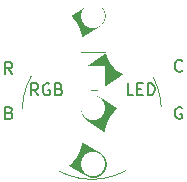
<source format=gto>
%TF.GenerationSoftware,KiCad,Pcbnew,4.0.5-e0-6337~49~ubuntu16.04.1*%
%TF.CreationDate,2017-05-29T07:00:09-07:00*%
%TF.ProjectId,2x2-LED-RGB-TH-4PIN,3278322D4C45442D5247422D54482D34,v1.1*%
%TF.FileFunction,Legend,Top*%
%FSLAX46Y46*%
G04 Gerber Fmt 4.6, Leading zero omitted, Abs format (unit mm)*
G04 Created by KiCad (PCBNEW 4.0.5-e0-6337~49~ubuntu16.04.1) date Mon May 29 07:00:09 2017*
%MOMM*%
%LPD*%
G01*
G04 APERTURE LIST*
%ADD10C,0.350000*%
%ADD11C,0.100000*%
%ADD12C,2.000000*%
%ADD13C,2.286000*%
%ADD14C,0.150000*%
%ADD15R,2.152400X2.052400*%
%ADD16C,2.052400*%
%ADD17C,6.152400*%
G04 APERTURE END LIST*
D10*
D11*
X23765800Y-37173800D02*
X30365800Y-37173800D01*
D12*
X27229800Y-34086800D02*
X23165800Y-36626800D01*
D13*
X27229800Y-39293800D02*
X31420800Y-36372800D01*
X31420800Y-44754800D02*
X27229800Y-41960800D01*
X27102800Y-46659800D02*
X23165800Y-44373800D01*
D11*
X23765800Y-37173801D02*
G75*
G03X30428644Y-37268067I3262844J-4894266D01*
G01*
D14*
X22475324Y-40826181D02*
X22141990Y-40349990D01*
X21903895Y-40826181D02*
X21903895Y-39826181D01*
X22284848Y-39826181D01*
X22380086Y-39873800D01*
X22427705Y-39921419D01*
X22475324Y-40016657D01*
X22475324Y-40159514D01*
X22427705Y-40254752D01*
X22380086Y-40302371D01*
X22284848Y-40349990D01*
X21903895Y-40349990D01*
X23427705Y-39873800D02*
X23332467Y-39826181D01*
X23189610Y-39826181D01*
X23046752Y-39873800D01*
X22951514Y-39969038D01*
X22903895Y-40064276D01*
X22856276Y-40254752D01*
X22856276Y-40397610D01*
X22903895Y-40588086D01*
X22951514Y-40683324D01*
X23046752Y-40778562D01*
X23189610Y-40826181D01*
X23284848Y-40826181D01*
X23427705Y-40778562D01*
X23475324Y-40730943D01*
X23475324Y-40397610D01*
X23284848Y-40397610D01*
X24237229Y-40302371D02*
X24380086Y-40349990D01*
X24427705Y-40397610D01*
X24475324Y-40492848D01*
X24475324Y-40635705D01*
X24427705Y-40730943D01*
X24380086Y-40778562D01*
X24284848Y-40826181D01*
X23903895Y-40826181D01*
X23903895Y-39826181D01*
X24237229Y-39826181D01*
X24332467Y-39873800D01*
X24380086Y-39921419D01*
X24427705Y-40016657D01*
X24427705Y-40111895D01*
X24380086Y-40207133D01*
X24332467Y-40254752D01*
X24237229Y-40302371D01*
X23903895Y-40302371D01*
X34675324Y-38730943D02*
X34627705Y-38778562D01*
X34484848Y-38826181D01*
X34389610Y-38826181D01*
X34246752Y-38778562D01*
X34151514Y-38683324D01*
X34103895Y-38588086D01*
X34056276Y-38397610D01*
X34056276Y-38254752D01*
X34103895Y-38064276D01*
X34151514Y-37969038D01*
X34246752Y-37873800D01*
X34389610Y-37826181D01*
X34484848Y-37826181D01*
X34627705Y-37873800D01*
X34675324Y-37921419D01*
X30522943Y-40826181D02*
X30046752Y-40826181D01*
X30046752Y-39826181D01*
X30856276Y-40302371D02*
X31189610Y-40302371D01*
X31332467Y-40826181D02*
X30856276Y-40826181D01*
X30856276Y-39826181D01*
X31332467Y-39826181D01*
X31761038Y-40826181D02*
X31761038Y-39826181D01*
X31999133Y-39826181D01*
X32141991Y-39873800D01*
X32237229Y-39969038D01*
X32284848Y-40064276D01*
X32332467Y-40254752D01*
X32332467Y-40397610D01*
X32284848Y-40588086D01*
X32237229Y-40683324D01*
X32141991Y-40778562D01*
X31999133Y-40826181D01*
X31761038Y-40826181D01*
X20275324Y-39026181D02*
X19941990Y-38549990D01*
X19703895Y-39026181D02*
X19703895Y-38026181D01*
X20084848Y-38026181D01*
X20180086Y-38073800D01*
X20227705Y-38121419D01*
X20275324Y-38216657D01*
X20275324Y-38359514D01*
X20227705Y-38454752D01*
X20180086Y-38502371D01*
X20084848Y-38549990D01*
X19703895Y-38549990D01*
X20037229Y-42302371D02*
X20180086Y-42349990D01*
X20227705Y-42397610D01*
X20275324Y-42492848D01*
X20275324Y-42635705D01*
X20227705Y-42730943D01*
X20180086Y-42778562D01*
X20084848Y-42826181D01*
X19703895Y-42826181D01*
X19703895Y-41826181D01*
X20037229Y-41826181D01*
X20132467Y-41873800D01*
X20180086Y-41921419D01*
X20227705Y-42016657D01*
X20227705Y-42111895D01*
X20180086Y-42207133D01*
X20132467Y-42254752D01*
X20037229Y-42302371D01*
X19703895Y-42302371D01*
X34627705Y-41873800D02*
X34532467Y-41826181D01*
X34389610Y-41826181D01*
X34246752Y-41873800D01*
X34151514Y-41969038D01*
X34103895Y-42064276D01*
X34056276Y-42254752D01*
X34056276Y-42397610D01*
X34103895Y-42588086D01*
X34151514Y-42683324D01*
X34246752Y-42778562D01*
X34389610Y-42826181D01*
X34484848Y-42826181D01*
X34627705Y-42778562D01*
X34675324Y-42730943D01*
X34675324Y-42397610D01*
X34484848Y-42397610D01*
%LPC*%
D15*
X27165800Y-39373800D03*
D16*
X27165800Y-41913800D03*
D17*
X23165800Y-44373800D03*
X23165800Y-36373800D03*
X31165800Y-36373800D03*
X31165800Y-44373800D03*
D16*
X27165800Y-46623800D03*
X27165800Y-34123800D03*
M02*

</source>
